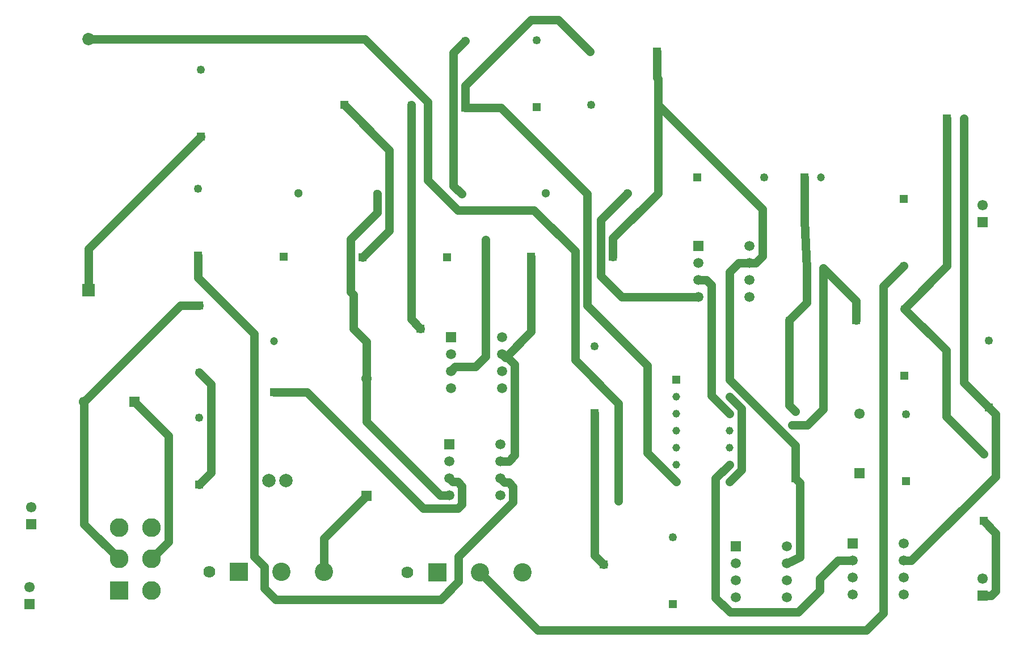
<source format=gtl>
G04*
G04 #@! TF.GenerationSoftware,Altium Limited,Altium Designer,24.2.2 (26)*
G04*
G04 Layer_Physical_Order=1*
G04 Layer_Color=255*
%FSLAX44Y44*%
%MOMM*%
G71*
G04*
G04 #@! TF.SameCoordinates,05489E15-EFDB-45E7-883C-6F787DBF9D26*
G04*
G04*
G04 #@! TF.FilePolarity,Positive*
G04*
G01*
G75*
%ADD16R,1.2500X1.2500*%
%ADD17C,1.2500*%
%ADD20R,1.2000X1.2000*%
%ADD21C,1.2000*%
%ADD22R,1.2500X1.2500*%
%ADD23R,1.5500X1.5500*%
%ADD24C,1.5500*%
%ADD25R,2.8000X2.8000*%
%ADD26C,2.8000*%
%ADD27R,1.5500X1.5500*%
%ADD32R,2.7300X2.7300*%
%ADD33C,2.7300*%
%ADD34C,1.7800*%
%ADD35R,1.3000X1.3000*%
%ADD36C,1.3000*%
%ADD37R,1.8500X1.8500*%
%ADD38C,1.8500*%
%ADD39R,1.2000X1.2000*%
%ADD40C,2.0000*%
%ADD42C,1.2700*%
%ADD43C,1.5000*%
%ADD44R,1.5000X1.5000*%
%ADD45C,1.1700*%
%ADD46R,1.1700X1.1700*%
%ADD47C,1.0160*%
D16*
X1471930Y216700D02*
D03*
X1356360Y276390D02*
D03*
X300990Y538950D02*
D03*
X891540Y377990D02*
D03*
X1353820Y433870D02*
D03*
X300990Y271310D02*
D03*
X1479550Y386410D02*
D03*
X805180Y835190D02*
D03*
X698500Y833920D02*
D03*
X299720Y612940D02*
D03*
X303530Y790740D02*
D03*
X1191260Y280200D02*
D03*
X1352550Y697700D02*
D03*
X1008380Y92240D02*
D03*
D17*
X1471930Y316700D02*
D03*
X1356360Y376390D02*
D03*
X300990Y438950D02*
D03*
X531660Y504190D02*
D03*
X891540Y477990D02*
D03*
X1353820Y533870D02*
D03*
X300990Y371310D02*
D03*
X1479550Y486410D02*
D03*
X1181900Y516890D02*
D03*
X805180Y935190D02*
D03*
X885990Y838200D02*
D03*
X698500Y933920D02*
D03*
X299720Y712940D02*
D03*
X884720Y918210D02*
D03*
X617690Y838200D02*
D03*
X303530Y890740D02*
D03*
X1191260Y380200D02*
D03*
X1352550Y597700D02*
D03*
X1144740Y730250D02*
D03*
X1008380Y192240D02*
D03*
D20*
X412750Y408880D02*
D03*
D21*
Y485140D02*
D03*
X1229360Y730250D02*
D03*
X1232770Y594360D02*
D03*
X1442520Y817880D02*
D03*
D22*
X631660Y504190D02*
D03*
X1281900Y516890D02*
D03*
X985990Y838200D02*
D03*
X984720Y918210D02*
D03*
X517690Y838200D02*
D03*
X1044740Y730250D02*
D03*
D23*
X204470Y394970D02*
D03*
D24*
X1470660Y688340D02*
D03*
X129470Y394970D02*
D03*
X551180Y429130D02*
D03*
X1470660Y130810D02*
D03*
X1286510Y377140D02*
D03*
X48260Y118110D02*
D03*
X50800Y237490D02*
D03*
D25*
X181610Y113020D02*
D03*
D26*
Y160020D02*
D03*
Y207020D02*
D03*
X229910Y113020D02*
D03*
Y160020D02*
D03*
Y207020D02*
D03*
D27*
X1470660Y662940D02*
D03*
X551180Y254130D02*
D03*
X1470660Y105410D02*
D03*
X1286510Y288340D02*
D03*
X48260Y92710D02*
D03*
X50800Y212090D02*
D03*
D32*
X656590Y139700D02*
D03*
X360680Y140970D02*
D03*
D33*
X720090Y139700D02*
D03*
X783590D02*
D03*
X424180Y140970D02*
D03*
X487680D02*
D03*
D34*
X612090Y139700D02*
D03*
X316180Y140970D02*
D03*
D35*
X796720Y611630D02*
D03*
X670990Y610360D02*
D03*
X545260D02*
D03*
X427150Y611630D02*
D03*
X918640D02*
D03*
X905100Y151380D02*
D03*
D36*
X818720Y706630D02*
D03*
X692990Y705360D02*
D03*
X567260D02*
D03*
X449150Y706630D02*
D03*
X940640D02*
D03*
X927100Y246380D02*
D03*
D37*
X135890Y561800D02*
D03*
D38*
Y936800D02*
D03*
D39*
X1204360Y730250D02*
D03*
X1207770Y594360D02*
D03*
X1417520Y817880D02*
D03*
D40*
X405130Y276860D02*
D03*
X430530D02*
D03*
D42*
X758190Y461010D02*
X796720Y499540D01*
X1479550Y386410D02*
X1489710Y376250D01*
Y283210D02*
Y376250D01*
X1363980Y157480D02*
X1489710Y283210D01*
X1352550Y157480D02*
X1363980D01*
X1191260Y280200D02*
X1197610Y273850D01*
Y162560D02*
Y273850D01*
X1178560Y153670D02*
X1197610Y162560D01*
X1092530Y427990D02*
X1191260Y329260D01*
Y280200D02*
Y329260D01*
X750570Y306070D02*
X763270D01*
X772160Y314960D01*
Y450850D01*
X762000Y461010D02*
X772160Y450850D01*
X758190Y461010D02*
X762000D01*
X753110Y466090D02*
X758190Y461010D01*
X129470Y394970D02*
X273450Y538950D01*
X300990D01*
X545260Y610360D02*
X585216Y650316D01*
Y770674D01*
X517690Y838200D02*
X585216Y770674D01*
X1122680Y601980D02*
X1131570D01*
X1141730Y612140D01*
Y682460D01*
X985990Y838200D02*
X1141730Y682460D01*
X796720Y499540D02*
Y611630D01*
X1181900Y389560D02*
Y516890D01*
Y389560D02*
X1191260Y380200D01*
X1204360Y665588D02*
Y730250D01*
Y665588D02*
X1207770Y594360D01*
X229910Y160020D02*
X255524Y185634D01*
Y343916D01*
X204470Y394970D02*
X255524Y343916D01*
X661162Y255270D02*
X674370D01*
X551180Y365252D02*
X661162Y255270D01*
X551180Y365252D02*
Y429130D01*
Y484670D01*
X531660Y504190D02*
X551180Y484670D01*
X680720Y717630D02*
X692990Y705360D01*
X680720Y717630D02*
Y916140D01*
X698500Y933920D01*
X1353820Y533870D02*
X1417520Y597570D01*
Y817880D01*
X891540Y164940D02*
Y377990D01*
Y164940D02*
X905100Y151380D01*
X674370Y280670D02*
X679958Y275082D01*
X687070D01*
X693420Y268732D01*
Y241808D02*
Y268732D01*
X687070Y235458D02*
X693420Y241808D01*
X635508Y235458D02*
X687070D01*
X462086Y408880D02*
X635508Y235458D01*
X412750Y408880D02*
X462086D01*
X729234Y462788D02*
Y637032D01*
X713486Y447040D02*
X729234Y462788D01*
X683260Y447040D02*
X713486D01*
X676910Y440690D02*
X683260Y447040D01*
X970534Y318186D02*
X1013130Y275590D01*
X970534Y318186D02*
Y448564D01*
X880110Y538988D02*
X970534Y448564D01*
X880110Y538988D02*
Y705612D01*
X751802Y833920D02*
X880110Y705612D01*
X698500Y833920D02*
X751802D01*
X617690Y518160D02*
Y838200D01*
Y518160D02*
X631660Y504190D01*
X837476Y965454D02*
X884720Y918210D01*
X796798Y965454D02*
X837476D01*
X698500Y867156D02*
X796798Y965454D01*
X698500Y833920D02*
Y867156D01*
X135890Y561800D02*
Y623100D01*
X303530Y790740D01*
X1207770Y542760D02*
Y594360D01*
X1181900Y516890D02*
X1207770Y542760D01*
X1232770Y383902D02*
Y594360D01*
X1209040Y360172D02*
X1232770Y383902D01*
X1185926Y360172D02*
X1209040D01*
X1254252Y157480D02*
X1276350D01*
X1227582Y130810D02*
X1254252Y157480D01*
X1227582Y112776D02*
Y130810D01*
X1195070Y80264D02*
X1227582Y112776D01*
X1093470Y80264D02*
X1195070D01*
X1071880Y101854D02*
X1093470Y80264D01*
X1071880Y101854D02*
Y280340D01*
X1092530Y300990D01*
X300990Y438950D02*
X318770Y421170D01*
Y289090D02*
Y421170D01*
X300990Y271310D02*
X318770Y289090D01*
X750570Y280670D02*
X756920Y274320D01*
X763270D01*
X769620Y267970D01*
Y245110D02*
Y267970D01*
X688340Y163830D02*
X769620Y245110D01*
X688340Y125984D02*
Y163830D01*
X661670Y99314D02*
X688340Y125984D01*
X415544Y99314D02*
X661670D01*
X399034Y115824D02*
X415544Y99314D01*
X399034Y115824D02*
Y148336D01*
X383540Y163830D02*
X399034Y148336D01*
X383540Y163830D02*
Y496100D01*
X299720Y579920D02*
X383540Y496100D01*
X299720Y579920D02*
Y612940D01*
X1322070Y567220D02*
X1352550Y597700D01*
X1322070Y78740D02*
Y567220D01*
X1296670Y53340D02*
X1322070Y78740D01*
X806450Y53340D02*
X1296670D01*
X720090Y139700D02*
X806450Y53340D01*
X927100Y246380D02*
Y392176D01*
X862330Y456946D02*
X927100Y392176D01*
X862330Y456946D02*
Y619506D01*
X800608Y681228D02*
X862330Y619506D01*
X687070Y681228D02*
X800608D01*
X642874Y725424D02*
X687070Y681228D01*
X642874Y725424D02*
Y842264D01*
X548338Y936800D02*
X642874Y842264D01*
X135890Y936800D02*
X548338D01*
X931926Y551180D02*
X1046480D01*
X900684Y582422D02*
X931926Y551180D01*
X900684Y582422D02*
Y666674D01*
X940640Y706630D01*
X985990Y706414D02*
Y838200D01*
X918640Y639064D02*
X985990Y706414D01*
X918640Y611630D02*
Y639064D01*
X1281900Y516890D02*
Y545230D01*
X1232770Y594360D02*
X1281900Y545230D01*
X487680Y140970D02*
Y190630D01*
X551180Y254130D01*
X1416050Y372580D02*
X1471930Y316700D01*
X1416050Y372580D02*
Y471640D01*
X1353820Y533870D02*
X1416050Y471640D01*
X1092530Y275590D02*
X1110310Y293370D01*
Y384810D01*
X1092530Y402590D02*
X1110310Y384810D01*
X1065530Y404190D02*
X1092530Y377190D01*
X1065530Y404190D02*
Y568960D01*
X1057910Y576580D02*
X1065530Y568960D01*
X1046480Y576580D02*
X1057910D01*
X129470Y212160D02*
Y394970D01*
Y212160D02*
X181610Y160020D01*
X1106170Y601980D02*
X1122680D01*
X1092530Y588340D02*
X1106170Y601980D01*
X1092530Y427990D02*
Y588340D01*
X531660Y504190D02*
Y554952D01*
X527304Y559308D02*
X531660Y554952D01*
X527304Y559308D02*
Y637716D01*
X567260Y677672D01*
Y705360D01*
X1442520Y423440D02*
X1479550Y386410D01*
X1442520Y423440D02*
Y817880D01*
X1470660Y105410D02*
X1483614D01*
X1489964Y111760D01*
Y198666D01*
X1471930Y216700D02*
X1489964Y198666D01*
X984720Y878840D02*
Y918210D01*
Y878840D02*
X985990Y877570D01*
Y838200D02*
Y877570D01*
D43*
X750570Y255270D02*
D03*
Y280670D02*
D03*
Y306070D02*
D03*
Y331470D02*
D03*
X674370Y255270D02*
D03*
Y280670D02*
D03*
Y306070D02*
D03*
X753110Y415290D02*
D03*
Y440690D02*
D03*
Y466090D02*
D03*
Y491490D02*
D03*
X676910Y415290D02*
D03*
Y440690D02*
D03*
Y466090D02*
D03*
X1352550Y106680D02*
D03*
Y132080D02*
D03*
Y157480D02*
D03*
Y182880D02*
D03*
X1276350Y106680D02*
D03*
Y132080D02*
D03*
Y157480D02*
D03*
X1178560Y102870D02*
D03*
Y128270D02*
D03*
Y153670D02*
D03*
Y179070D02*
D03*
X1102360Y102870D02*
D03*
Y128270D02*
D03*
Y153670D02*
D03*
X1122680Y551180D02*
D03*
Y576580D02*
D03*
Y601980D02*
D03*
Y627380D02*
D03*
X1046480Y551180D02*
D03*
Y576580D02*
D03*
Y601980D02*
D03*
D44*
X674370Y331470D02*
D03*
X676910Y491490D02*
D03*
X1276350Y182880D02*
D03*
X1102360Y179070D02*
D03*
X1046480Y627380D02*
D03*
D45*
X1092530Y427990D02*
D03*
Y402590D02*
D03*
Y377190D02*
D03*
Y351790D02*
D03*
Y326390D02*
D03*
Y300990D02*
D03*
Y275590D02*
D03*
X1013130D02*
D03*
Y300990D02*
D03*
Y326390D02*
D03*
Y351790D02*
D03*
Y377190D02*
D03*
Y402590D02*
D03*
D46*
Y427990D02*
D03*
D47*
X729234Y637032D02*
D03*
X1185926Y360172D02*
D03*
M02*

</source>
